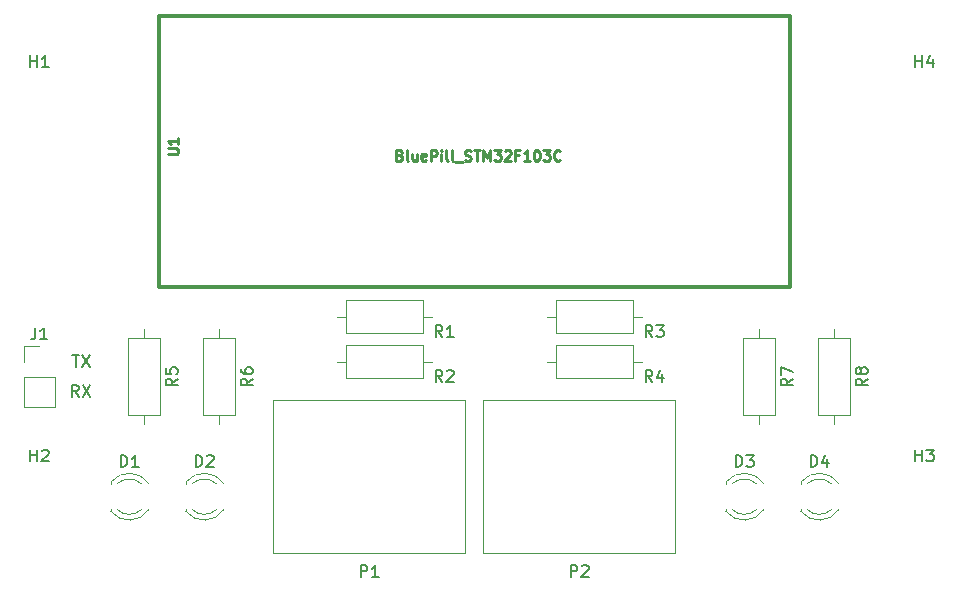
<source format=gbr>
%TF.GenerationSoftware,KiCad,Pcbnew,5.1.6*%
%TF.CreationDate,2021-01-14T16:45:27+01:00*%
%TF.ProjectId,din2usb_adapter,64696e32-7573-4625-9f61-646170746572,rev?*%
%TF.SameCoordinates,Original*%
%TF.FileFunction,Legend,Top*%
%TF.FilePolarity,Positive*%
%FSLAX46Y46*%
G04 Gerber Fmt 4.6, Leading zero omitted, Abs format (unit mm)*
G04 Created by KiCad (PCBNEW 5.1.6) date 2021-01-14 16:45:27*
%MOMM*%
%LPD*%
G01*
G04 APERTURE LIST*
%ADD10C,0.120000*%
%ADD11C,0.304800*%
%ADD12C,0.150000*%
%ADD13C,0.222250*%
G04 APERTURE END LIST*
D10*
%TO.C,P2*%
X123950000Y-112740000D02*
X140150000Y-112740000D01*
X123950000Y-99740000D02*
X140150000Y-99740000D01*
X123950000Y-99740000D02*
X123950000Y-112740000D01*
X140150000Y-99740000D02*
X140150000Y-112740000D01*
%TO.C,P1*%
X106170000Y-112740000D02*
X122370000Y-112740000D01*
X106170000Y-99740000D02*
X122370000Y-99740000D01*
X106170000Y-99740000D02*
X106170000Y-112740000D01*
X122370000Y-99740000D02*
X122370000Y-112740000D01*
%TO.C,J1*%
X85030000Y-95190000D02*
X86360000Y-95190000D01*
X85030000Y-96520000D02*
X85030000Y-95190000D01*
X85030000Y-97790000D02*
X87690000Y-97790000D01*
X87690000Y-97790000D02*
X87690000Y-100390000D01*
X85030000Y-97790000D02*
X85030000Y-100390000D01*
X85030000Y-100390000D02*
X87690000Y-100390000D01*
D11*
%TO.C,U1*%
X149910000Y-67240000D02*
X149910000Y-90240000D01*
X96510000Y-67240000D02*
X149910000Y-67240000D01*
X96510000Y-90240000D02*
X96510000Y-67240000D01*
X149910000Y-90240000D02*
X96510000Y-90240000D01*
D10*
%TO.C,R8*%
X153670000Y-101830000D02*
X153670000Y-101060000D01*
X153670000Y-93750000D02*
X153670000Y-94520000D01*
X155040000Y-101060000D02*
X155040000Y-94520000D01*
X152300000Y-101060000D02*
X155040000Y-101060000D01*
X152300000Y-94520000D02*
X152300000Y-101060000D01*
X155040000Y-94520000D02*
X152300000Y-94520000D01*
%TO.C,R7*%
X147320000Y-101830000D02*
X147320000Y-101060000D01*
X147320000Y-93750000D02*
X147320000Y-94520000D01*
X148690000Y-101060000D02*
X148690000Y-94520000D01*
X145950000Y-101060000D02*
X148690000Y-101060000D01*
X145950000Y-94520000D02*
X145950000Y-101060000D01*
X148690000Y-94520000D02*
X145950000Y-94520000D01*
%TO.C,R6*%
X101600000Y-101830000D02*
X101600000Y-101060000D01*
X101600000Y-93750000D02*
X101600000Y-94520000D01*
X102970000Y-101060000D02*
X102970000Y-94520000D01*
X100230000Y-101060000D02*
X102970000Y-101060000D01*
X100230000Y-94520000D02*
X100230000Y-101060000D01*
X102970000Y-94520000D02*
X100230000Y-94520000D01*
%TO.C,R5*%
X95250000Y-101830000D02*
X95250000Y-101060000D01*
X95250000Y-93750000D02*
X95250000Y-94520000D01*
X96620000Y-101060000D02*
X96620000Y-94520000D01*
X93880000Y-101060000D02*
X96620000Y-101060000D01*
X93880000Y-94520000D02*
X93880000Y-101060000D01*
X96620000Y-94520000D02*
X93880000Y-94520000D01*
%TO.C,R4*%
X137390000Y-96520000D02*
X136620000Y-96520000D01*
X129310000Y-96520000D02*
X130080000Y-96520000D01*
X136620000Y-95150000D02*
X130080000Y-95150000D01*
X136620000Y-97890000D02*
X136620000Y-95150000D01*
X130080000Y-97890000D02*
X136620000Y-97890000D01*
X130080000Y-95150000D02*
X130080000Y-97890000D01*
%TO.C,R3*%
X137390000Y-92710000D02*
X136620000Y-92710000D01*
X129310000Y-92710000D02*
X130080000Y-92710000D01*
X136620000Y-91340000D02*
X130080000Y-91340000D01*
X136620000Y-94080000D02*
X136620000Y-91340000D01*
X130080000Y-94080000D02*
X136620000Y-94080000D01*
X130080000Y-91340000D02*
X130080000Y-94080000D01*
%TO.C,R2*%
X119610000Y-96520000D02*
X118840000Y-96520000D01*
X111530000Y-96520000D02*
X112300000Y-96520000D01*
X118840000Y-95150000D02*
X112300000Y-95150000D01*
X118840000Y-97890000D02*
X118840000Y-95150000D01*
X112300000Y-97890000D02*
X118840000Y-97890000D01*
X112300000Y-95150000D02*
X112300000Y-97890000D01*
%TO.C,R1*%
X119610000Y-92710000D02*
X118840000Y-92710000D01*
X111530000Y-92710000D02*
X112300000Y-92710000D01*
X118840000Y-91340000D02*
X112300000Y-91340000D01*
X118840000Y-94080000D02*
X118840000Y-91340000D01*
X112300000Y-94080000D02*
X118840000Y-94080000D01*
X112300000Y-91340000D02*
X112300000Y-94080000D01*
%TO.C,D4*%
X150840000Y-109030000D02*
X150840000Y-109186000D01*
X150840000Y-106714000D02*
X150840000Y-106870000D01*
X153441130Y-109029837D02*
G75*
G02*
X151359039Y-109030000I-1041130J1079837D01*
G01*
X153441130Y-106870163D02*
G75*
G03*
X151359039Y-106870000I-1041130J-1079837D01*
G01*
X154072335Y-109028608D02*
G75*
G02*
X150840000Y-109185516I-1672335J1078608D01*
G01*
X154072335Y-106871392D02*
G75*
G03*
X150840000Y-106714484I-1672335J-1078608D01*
G01*
%TO.C,D3*%
X144490000Y-109030000D02*
X144490000Y-109186000D01*
X144490000Y-106714000D02*
X144490000Y-106870000D01*
X147091130Y-109029837D02*
G75*
G02*
X145009039Y-109030000I-1041130J1079837D01*
G01*
X147091130Y-106870163D02*
G75*
G03*
X145009039Y-106870000I-1041130J-1079837D01*
G01*
X147722335Y-109028608D02*
G75*
G02*
X144490000Y-109185516I-1672335J1078608D01*
G01*
X147722335Y-106871392D02*
G75*
G03*
X144490000Y-106714484I-1672335J-1078608D01*
G01*
%TO.C,D2*%
X98770000Y-109030000D02*
X98770000Y-109186000D01*
X98770000Y-106714000D02*
X98770000Y-106870000D01*
X101371130Y-109029837D02*
G75*
G02*
X99289039Y-109030000I-1041130J1079837D01*
G01*
X101371130Y-106870163D02*
G75*
G03*
X99289039Y-106870000I-1041130J-1079837D01*
G01*
X102002335Y-109028608D02*
G75*
G02*
X98770000Y-109185516I-1672335J1078608D01*
G01*
X102002335Y-106871392D02*
G75*
G03*
X98770000Y-106714484I-1672335J-1078608D01*
G01*
%TO.C,D1*%
X92420000Y-109030000D02*
X92420000Y-109186000D01*
X92420000Y-106714000D02*
X92420000Y-106870000D01*
X95021130Y-109029837D02*
G75*
G02*
X92939039Y-109030000I-1041130J1079837D01*
G01*
X95021130Y-106870163D02*
G75*
G03*
X92939039Y-106870000I-1041130J-1079837D01*
G01*
X95652335Y-109028608D02*
G75*
G02*
X92420000Y-109185516I-1672335J1078608D01*
G01*
X95652335Y-106871392D02*
G75*
G03*
X92420000Y-106714484I-1672335J-1078608D01*
G01*
%TO.C,P2*%
D12*
X131341904Y-114752380D02*
X131341904Y-113752380D01*
X131722857Y-113752380D01*
X131818095Y-113800000D01*
X131865714Y-113847619D01*
X131913333Y-113942857D01*
X131913333Y-114085714D01*
X131865714Y-114180952D01*
X131818095Y-114228571D01*
X131722857Y-114276190D01*
X131341904Y-114276190D01*
X132294285Y-113847619D02*
X132341904Y-113800000D01*
X132437142Y-113752380D01*
X132675238Y-113752380D01*
X132770476Y-113800000D01*
X132818095Y-113847619D01*
X132865714Y-113942857D01*
X132865714Y-114038095D01*
X132818095Y-114180952D01*
X132246666Y-114752380D01*
X132865714Y-114752380D01*
%TO.C,P1*%
X113561904Y-114752380D02*
X113561904Y-113752380D01*
X113942857Y-113752380D01*
X114038095Y-113800000D01*
X114085714Y-113847619D01*
X114133333Y-113942857D01*
X114133333Y-114085714D01*
X114085714Y-114180952D01*
X114038095Y-114228571D01*
X113942857Y-114276190D01*
X113561904Y-114276190D01*
X115085714Y-114752380D02*
X114514285Y-114752380D01*
X114800000Y-114752380D02*
X114800000Y-113752380D01*
X114704761Y-113895238D01*
X114609523Y-113990476D01*
X114514285Y-114038095D01*
%TO.C,J1*%
X86026666Y-93642380D02*
X86026666Y-94356666D01*
X85979047Y-94499523D01*
X85883809Y-94594761D01*
X85740952Y-94642380D01*
X85645714Y-94642380D01*
X87026666Y-94642380D02*
X86455238Y-94642380D01*
X86740952Y-94642380D02*
X86740952Y-93642380D01*
X86645714Y-93785238D01*
X86550476Y-93880476D01*
X86455238Y-93928095D01*
X89693333Y-99492380D02*
X89360000Y-99016190D01*
X89121904Y-99492380D02*
X89121904Y-98492380D01*
X89502857Y-98492380D01*
X89598095Y-98540000D01*
X89645714Y-98587619D01*
X89693333Y-98682857D01*
X89693333Y-98825714D01*
X89645714Y-98920952D01*
X89598095Y-98968571D01*
X89502857Y-99016190D01*
X89121904Y-99016190D01*
X90026666Y-98492380D02*
X90693333Y-99492380D01*
X90693333Y-98492380D02*
X90026666Y-99492380D01*
X89148095Y-95992380D02*
X89719523Y-95992380D01*
X89433809Y-96992380D02*
X89433809Y-95992380D01*
X89957619Y-95992380D02*
X90624285Y-96992380D01*
X90624285Y-95992380D02*
X89957619Y-96992380D01*
%TO.C,U1*%
D13*
X97226966Y-78960133D02*
X97946633Y-78960133D01*
X98031300Y-78917800D01*
X98073633Y-78875466D01*
X98115966Y-78790800D01*
X98115966Y-78621466D01*
X98073633Y-78536800D01*
X98031300Y-78494466D01*
X97946633Y-78452133D01*
X97226966Y-78452133D01*
X98115966Y-77563133D02*
X98115966Y-78071133D01*
X98115966Y-77817133D02*
X97226966Y-77817133D01*
X97353966Y-77901800D01*
X97438633Y-77986466D01*
X97480966Y-78071133D01*
D11*
D13*
X116895033Y-79032100D02*
X117022033Y-79074433D01*
X117064366Y-79116766D01*
X117106700Y-79201433D01*
X117106700Y-79328433D01*
X117064366Y-79413100D01*
X117022033Y-79455433D01*
X116937366Y-79497766D01*
X116598700Y-79497766D01*
X116598700Y-78608766D01*
X116895033Y-78608766D01*
X116979700Y-78651100D01*
X117022033Y-78693433D01*
X117064366Y-78778100D01*
X117064366Y-78862766D01*
X117022033Y-78947433D01*
X116979700Y-78989766D01*
X116895033Y-79032100D01*
X116598700Y-79032100D01*
X117614700Y-79497766D02*
X117530033Y-79455433D01*
X117487700Y-79370766D01*
X117487700Y-78608766D01*
X118334366Y-78905100D02*
X118334366Y-79497766D01*
X117953366Y-78905100D02*
X117953366Y-79370766D01*
X117995700Y-79455433D01*
X118080366Y-79497766D01*
X118207366Y-79497766D01*
X118292033Y-79455433D01*
X118334366Y-79413100D01*
X119096366Y-79455433D02*
X119011700Y-79497766D01*
X118842366Y-79497766D01*
X118757700Y-79455433D01*
X118715366Y-79370766D01*
X118715366Y-79032100D01*
X118757700Y-78947433D01*
X118842366Y-78905100D01*
X119011700Y-78905100D01*
X119096366Y-78947433D01*
X119138700Y-79032100D01*
X119138700Y-79116766D01*
X118715366Y-79201433D01*
X119519700Y-79497766D02*
X119519700Y-78608766D01*
X119858366Y-78608766D01*
X119943033Y-78651100D01*
X119985366Y-78693433D01*
X120027700Y-78778100D01*
X120027700Y-78905100D01*
X119985366Y-78989766D01*
X119943033Y-79032100D01*
X119858366Y-79074433D01*
X119519700Y-79074433D01*
X120408700Y-79497766D02*
X120408700Y-78905100D01*
X120408700Y-78608766D02*
X120366366Y-78651100D01*
X120408700Y-78693433D01*
X120451033Y-78651100D01*
X120408700Y-78608766D01*
X120408700Y-78693433D01*
X120959033Y-79497766D02*
X120874366Y-79455433D01*
X120832033Y-79370766D01*
X120832033Y-78608766D01*
X121424700Y-79497766D02*
X121340033Y-79455433D01*
X121297700Y-79370766D01*
X121297700Y-78608766D01*
X121551700Y-79582433D02*
X122229033Y-79582433D01*
X122398366Y-79455433D02*
X122525366Y-79497766D01*
X122737033Y-79497766D01*
X122821700Y-79455433D01*
X122864033Y-79413100D01*
X122906366Y-79328433D01*
X122906366Y-79243766D01*
X122864033Y-79159100D01*
X122821700Y-79116766D01*
X122737033Y-79074433D01*
X122567700Y-79032100D01*
X122483033Y-78989766D01*
X122440700Y-78947433D01*
X122398366Y-78862766D01*
X122398366Y-78778100D01*
X122440700Y-78693433D01*
X122483033Y-78651100D01*
X122567700Y-78608766D01*
X122779366Y-78608766D01*
X122906366Y-78651100D01*
X123160366Y-78608766D02*
X123668366Y-78608766D01*
X123414366Y-79497766D02*
X123414366Y-78608766D01*
X123964700Y-79497766D02*
X123964700Y-78608766D01*
X124261033Y-79243766D01*
X124557366Y-78608766D01*
X124557366Y-79497766D01*
X124896033Y-78608766D02*
X125446366Y-78608766D01*
X125150033Y-78947433D01*
X125277033Y-78947433D01*
X125361700Y-78989766D01*
X125404033Y-79032100D01*
X125446366Y-79116766D01*
X125446366Y-79328433D01*
X125404033Y-79413100D01*
X125361700Y-79455433D01*
X125277033Y-79497766D01*
X125023033Y-79497766D01*
X124938366Y-79455433D01*
X124896033Y-79413100D01*
X125785033Y-78693433D02*
X125827366Y-78651100D01*
X125912033Y-78608766D01*
X126123700Y-78608766D01*
X126208366Y-78651100D01*
X126250700Y-78693433D01*
X126293033Y-78778100D01*
X126293033Y-78862766D01*
X126250700Y-78989766D01*
X125742700Y-79497766D01*
X126293033Y-79497766D01*
X126970366Y-79032100D02*
X126674033Y-79032100D01*
X126674033Y-79497766D02*
X126674033Y-78608766D01*
X127097366Y-78608766D01*
X127901700Y-79497766D02*
X127393700Y-79497766D01*
X127647700Y-79497766D02*
X127647700Y-78608766D01*
X127563033Y-78735766D01*
X127478366Y-78820433D01*
X127393700Y-78862766D01*
X128452033Y-78608766D02*
X128536700Y-78608766D01*
X128621366Y-78651100D01*
X128663700Y-78693433D01*
X128706033Y-78778100D01*
X128748366Y-78947433D01*
X128748366Y-79159100D01*
X128706033Y-79328433D01*
X128663700Y-79413100D01*
X128621366Y-79455433D01*
X128536700Y-79497766D01*
X128452033Y-79497766D01*
X128367366Y-79455433D01*
X128325033Y-79413100D01*
X128282700Y-79328433D01*
X128240366Y-79159100D01*
X128240366Y-78947433D01*
X128282700Y-78778100D01*
X128325033Y-78693433D01*
X128367366Y-78651100D01*
X128452033Y-78608766D01*
X129044700Y-78608766D02*
X129595033Y-78608766D01*
X129298700Y-78947433D01*
X129425700Y-78947433D01*
X129510366Y-78989766D01*
X129552700Y-79032100D01*
X129595033Y-79116766D01*
X129595033Y-79328433D01*
X129552700Y-79413100D01*
X129510366Y-79455433D01*
X129425700Y-79497766D01*
X129171700Y-79497766D01*
X129087033Y-79455433D01*
X129044700Y-79413100D01*
X130484033Y-79413100D02*
X130441700Y-79455433D01*
X130314700Y-79497766D01*
X130230033Y-79497766D01*
X130103033Y-79455433D01*
X130018366Y-79370766D01*
X129976033Y-79286100D01*
X129933700Y-79116766D01*
X129933700Y-78989766D01*
X129976033Y-78820433D01*
X130018366Y-78735766D01*
X130103033Y-78651100D01*
X130230033Y-78608766D01*
X130314700Y-78608766D01*
X130441700Y-78651100D01*
X130484033Y-78693433D01*
%TO.C,H3*%
D12*
X160528095Y-104972380D02*
X160528095Y-103972380D01*
X160528095Y-104448571D02*
X161099523Y-104448571D01*
X161099523Y-104972380D02*
X161099523Y-103972380D01*
X161480476Y-103972380D02*
X162099523Y-103972380D01*
X161766190Y-104353333D01*
X161909047Y-104353333D01*
X162004285Y-104400952D01*
X162051904Y-104448571D01*
X162099523Y-104543809D01*
X162099523Y-104781904D01*
X162051904Y-104877142D01*
X162004285Y-104924761D01*
X161909047Y-104972380D01*
X161623333Y-104972380D01*
X161528095Y-104924761D01*
X161480476Y-104877142D01*
%TO.C,H2*%
X85598095Y-104972380D02*
X85598095Y-103972380D01*
X85598095Y-104448571D02*
X86169523Y-104448571D01*
X86169523Y-104972380D02*
X86169523Y-103972380D01*
X86598095Y-104067619D02*
X86645714Y-104020000D01*
X86740952Y-103972380D01*
X86979047Y-103972380D01*
X87074285Y-104020000D01*
X87121904Y-104067619D01*
X87169523Y-104162857D01*
X87169523Y-104258095D01*
X87121904Y-104400952D01*
X86550476Y-104972380D01*
X87169523Y-104972380D01*
%TO.C,H4*%
X160528095Y-71572380D02*
X160528095Y-70572380D01*
X160528095Y-71048571D02*
X161099523Y-71048571D01*
X161099523Y-71572380D02*
X161099523Y-70572380D01*
X162004285Y-70905714D02*
X162004285Y-71572380D01*
X161766190Y-70524761D02*
X161528095Y-71239047D01*
X162147142Y-71239047D01*
%TO.C,H1*%
X85598095Y-71572380D02*
X85598095Y-70572380D01*
X85598095Y-71048571D02*
X86169523Y-71048571D01*
X86169523Y-71572380D02*
X86169523Y-70572380D01*
X87169523Y-71572380D02*
X86598095Y-71572380D01*
X86883809Y-71572380D02*
X86883809Y-70572380D01*
X86788571Y-70715238D01*
X86693333Y-70810476D01*
X86598095Y-70858095D01*
%TO.C,R8*%
X156492380Y-97956666D02*
X156016190Y-98290000D01*
X156492380Y-98528095D02*
X155492380Y-98528095D01*
X155492380Y-98147142D01*
X155540000Y-98051904D01*
X155587619Y-98004285D01*
X155682857Y-97956666D01*
X155825714Y-97956666D01*
X155920952Y-98004285D01*
X155968571Y-98051904D01*
X156016190Y-98147142D01*
X156016190Y-98528095D01*
X155920952Y-97385238D02*
X155873333Y-97480476D01*
X155825714Y-97528095D01*
X155730476Y-97575714D01*
X155682857Y-97575714D01*
X155587619Y-97528095D01*
X155540000Y-97480476D01*
X155492380Y-97385238D01*
X155492380Y-97194761D01*
X155540000Y-97099523D01*
X155587619Y-97051904D01*
X155682857Y-97004285D01*
X155730476Y-97004285D01*
X155825714Y-97051904D01*
X155873333Y-97099523D01*
X155920952Y-97194761D01*
X155920952Y-97385238D01*
X155968571Y-97480476D01*
X156016190Y-97528095D01*
X156111428Y-97575714D01*
X156301904Y-97575714D01*
X156397142Y-97528095D01*
X156444761Y-97480476D01*
X156492380Y-97385238D01*
X156492380Y-97194761D01*
X156444761Y-97099523D01*
X156397142Y-97051904D01*
X156301904Y-97004285D01*
X156111428Y-97004285D01*
X156016190Y-97051904D01*
X155968571Y-97099523D01*
X155920952Y-97194761D01*
%TO.C,R7*%
X150142380Y-97956666D02*
X149666190Y-98290000D01*
X150142380Y-98528095D02*
X149142380Y-98528095D01*
X149142380Y-98147142D01*
X149190000Y-98051904D01*
X149237619Y-98004285D01*
X149332857Y-97956666D01*
X149475714Y-97956666D01*
X149570952Y-98004285D01*
X149618571Y-98051904D01*
X149666190Y-98147142D01*
X149666190Y-98528095D01*
X149142380Y-97623333D02*
X149142380Y-96956666D01*
X150142380Y-97385238D01*
%TO.C,R6*%
X104422380Y-97956666D02*
X103946190Y-98290000D01*
X104422380Y-98528095D02*
X103422380Y-98528095D01*
X103422380Y-98147142D01*
X103470000Y-98051904D01*
X103517619Y-98004285D01*
X103612857Y-97956666D01*
X103755714Y-97956666D01*
X103850952Y-98004285D01*
X103898571Y-98051904D01*
X103946190Y-98147142D01*
X103946190Y-98528095D01*
X103422380Y-97099523D02*
X103422380Y-97290000D01*
X103470000Y-97385238D01*
X103517619Y-97432857D01*
X103660476Y-97528095D01*
X103850952Y-97575714D01*
X104231904Y-97575714D01*
X104327142Y-97528095D01*
X104374761Y-97480476D01*
X104422380Y-97385238D01*
X104422380Y-97194761D01*
X104374761Y-97099523D01*
X104327142Y-97051904D01*
X104231904Y-97004285D01*
X103993809Y-97004285D01*
X103898571Y-97051904D01*
X103850952Y-97099523D01*
X103803333Y-97194761D01*
X103803333Y-97385238D01*
X103850952Y-97480476D01*
X103898571Y-97528095D01*
X103993809Y-97575714D01*
%TO.C,R5*%
X98072380Y-97956666D02*
X97596190Y-98290000D01*
X98072380Y-98528095D02*
X97072380Y-98528095D01*
X97072380Y-98147142D01*
X97120000Y-98051904D01*
X97167619Y-98004285D01*
X97262857Y-97956666D01*
X97405714Y-97956666D01*
X97500952Y-98004285D01*
X97548571Y-98051904D01*
X97596190Y-98147142D01*
X97596190Y-98528095D01*
X97072380Y-97051904D02*
X97072380Y-97528095D01*
X97548571Y-97575714D01*
X97500952Y-97528095D01*
X97453333Y-97432857D01*
X97453333Y-97194761D01*
X97500952Y-97099523D01*
X97548571Y-97051904D01*
X97643809Y-97004285D01*
X97881904Y-97004285D01*
X97977142Y-97051904D01*
X98024761Y-97099523D01*
X98072380Y-97194761D01*
X98072380Y-97432857D01*
X98024761Y-97528095D01*
X97977142Y-97575714D01*
%TO.C,R4*%
X138263333Y-98242380D02*
X137930000Y-97766190D01*
X137691904Y-98242380D02*
X137691904Y-97242380D01*
X138072857Y-97242380D01*
X138168095Y-97290000D01*
X138215714Y-97337619D01*
X138263333Y-97432857D01*
X138263333Y-97575714D01*
X138215714Y-97670952D01*
X138168095Y-97718571D01*
X138072857Y-97766190D01*
X137691904Y-97766190D01*
X139120476Y-97575714D02*
X139120476Y-98242380D01*
X138882380Y-97194761D02*
X138644285Y-97909047D01*
X139263333Y-97909047D01*
%TO.C,R3*%
X138263333Y-94432380D02*
X137930000Y-93956190D01*
X137691904Y-94432380D02*
X137691904Y-93432380D01*
X138072857Y-93432380D01*
X138168095Y-93480000D01*
X138215714Y-93527619D01*
X138263333Y-93622857D01*
X138263333Y-93765714D01*
X138215714Y-93860952D01*
X138168095Y-93908571D01*
X138072857Y-93956190D01*
X137691904Y-93956190D01*
X138596666Y-93432380D02*
X139215714Y-93432380D01*
X138882380Y-93813333D01*
X139025238Y-93813333D01*
X139120476Y-93860952D01*
X139168095Y-93908571D01*
X139215714Y-94003809D01*
X139215714Y-94241904D01*
X139168095Y-94337142D01*
X139120476Y-94384761D01*
X139025238Y-94432380D01*
X138739523Y-94432380D01*
X138644285Y-94384761D01*
X138596666Y-94337142D01*
%TO.C,R2*%
X120483333Y-98242380D02*
X120150000Y-97766190D01*
X119911904Y-98242380D02*
X119911904Y-97242380D01*
X120292857Y-97242380D01*
X120388095Y-97290000D01*
X120435714Y-97337619D01*
X120483333Y-97432857D01*
X120483333Y-97575714D01*
X120435714Y-97670952D01*
X120388095Y-97718571D01*
X120292857Y-97766190D01*
X119911904Y-97766190D01*
X120864285Y-97337619D02*
X120911904Y-97290000D01*
X121007142Y-97242380D01*
X121245238Y-97242380D01*
X121340476Y-97290000D01*
X121388095Y-97337619D01*
X121435714Y-97432857D01*
X121435714Y-97528095D01*
X121388095Y-97670952D01*
X120816666Y-98242380D01*
X121435714Y-98242380D01*
%TO.C,R1*%
X120483333Y-94432380D02*
X120150000Y-93956190D01*
X119911904Y-94432380D02*
X119911904Y-93432380D01*
X120292857Y-93432380D01*
X120388095Y-93480000D01*
X120435714Y-93527619D01*
X120483333Y-93622857D01*
X120483333Y-93765714D01*
X120435714Y-93860952D01*
X120388095Y-93908571D01*
X120292857Y-93956190D01*
X119911904Y-93956190D01*
X121435714Y-94432380D02*
X120864285Y-94432380D01*
X121150000Y-94432380D02*
X121150000Y-93432380D01*
X121054761Y-93575238D01*
X120959523Y-93670476D01*
X120864285Y-93718095D01*
%TO.C,D4*%
X151661904Y-105442380D02*
X151661904Y-104442380D01*
X151900000Y-104442380D01*
X152042857Y-104490000D01*
X152138095Y-104585238D01*
X152185714Y-104680476D01*
X152233333Y-104870952D01*
X152233333Y-105013809D01*
X152185714Y-105204285D01*
X152138095Y-105299523D01*
X152042857Y-105394761D01*
X151900000Y-105442380D01*
X151661904Y-105442380D01*
X153090476Y-104775714D02*
X153090476Y-105442380D01*
X152852380Y-104394761D02*
X152614285Y-105109047D01*
X153233333Y-105109047D01*
%TO.C,D3*%
X145311904Y-105442380D02*
X145311904Y-104442380D01*
X145550000Y-104442380D01*
X145692857Y-104490000D01*
X145788095Y-104585238D01*
X145835714Y-104680476D01*
X145883333Y-104870952D01*
X145883333Y-105013809D01*
X145835714Y-105204285D01*
X145788095Y-105299523D01*
X145692857Y-105394761D01*
X145550000Y-105442380D01*
X145311904Y-105442380D01*
X146216666Y-104442380D02*
X146835714Y-104442380D01*
X146502380Y-104823333D01*
X146645238Y-104823333D01*
X146740476Y-104870952D01*
X146788095Y-104918571D01*
X146835714Y-105013809D01*
X146835714Y-105251904D01*
X146788095Y-105347142D01*
X146740476Y-105394761D01*
X146645238Y-105442380D01*
X146359523Y-105442380D01*
X146264285Y-105394761D01*
X146216666Y-105347142D01*
%TO.C,D2*%
X99591904Y-105442380D02*
X99591904Y-104442380D01*
X99830000Y-104442380D01*
X99972857Y-104490000D01*
X100068095Y-104585238D01*
X100115714Y-104680476D01*
X100163333Y-104870952D01*
X100163333Y-105013809D01*
X100115714Y-105204285D01*
X100068095Y-105299523D01*
X99972857Y-105394761D01*
X99830000Y-105442380D01*
X99591904Y-105442380D01*
X100544285Y-104537619D02*
X100591904Y-104490000D01*
X100687142Y-104442380D01*
X100925238Y-104442380D01*
X101020476Y-104490000D01*
X101068095Y-104537619D01*
X101115714Y-104632857D01*
X101115714Y-104728095D01*
X101068095Y-104870952D01*
X100496666Y-105442380D01*
X101115714Y-105442380D01*
%TO.C,D1*%
X93241904Y-105442380D02*
X93241904Y-104442380D01*
X93480000Y-104442380D01*
X93622857Y-104490000D01*
X93718095Y-104585238D01*
X93765714Y-104680476D01*
X93813333Y-104870952D01*
X93813333Y-105013809D01*
X93765714Y-105204285D01*
X93718095Y-105299523D01*
X93622857Y-105394761D01*
X93480000Y-105442380D01*
X93241904Y-105442380D01*
X94765714Y-105442380D02*
X94194285Y-105442380D01*
X94480000Y-105442380D02*
X94480000Y-104442380D01*
X94384761Y-104585238D01*
X94289523Y-104680476D01*
X94194285Y-104728095D01*
%TD*%
M02*

</source>
